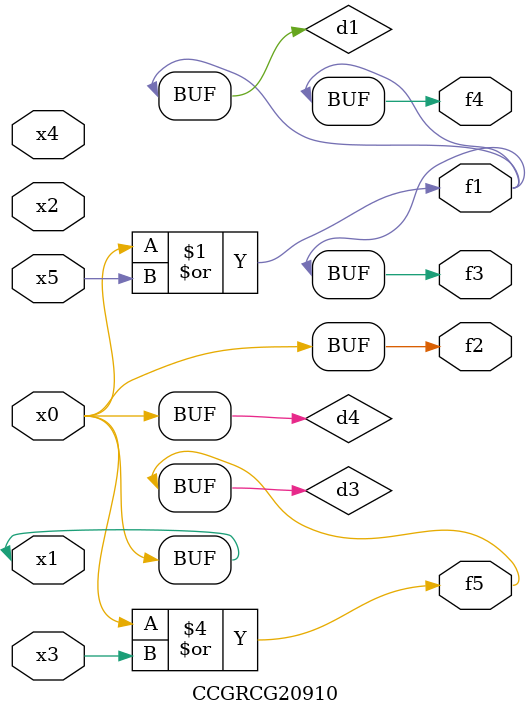
<source format=v>
module CCGRCG20910(
	input x0, x1, x2, x3, x4, x5,
	output f1, f2, f3, f4, f5
);

	wire d1, d2, d3, d4;

	or (d1, x0, x5);
	xnor (d2, x1, x4);
	or (d3, x0, x3);
	buf (d4, x0, x1);
	assign f1 = d1;
	assign f2 = d4;
	assign f3 = d1;
	assign f4 = d1;
	assign f5 = d3;
endmodule

</source>
